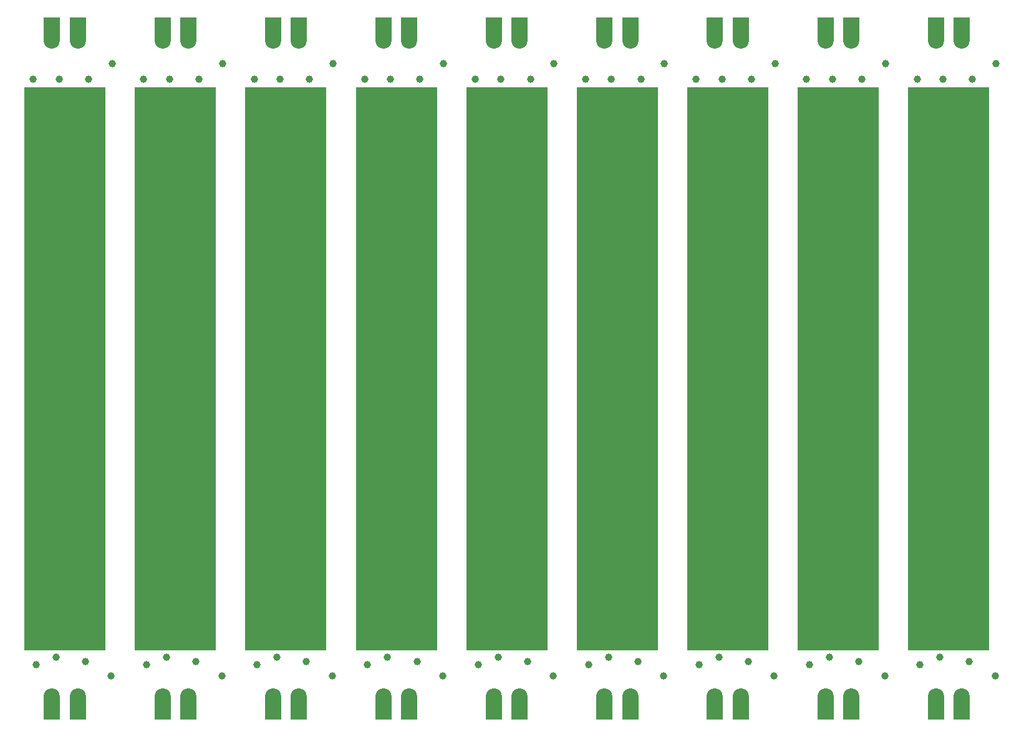
<source format=gbs>
G04*
G04 #@! TF.GenerationSoftware,Altium Limited,Altium Designer,21.7.2 (23)*
G04*
G04 Layer_Color=16711935*
%FSLAX44Y44*%
%MOMM*%
G71*
G04*
G04 #@! TF.SameCoordinates,347EBB59-7EAA-41E4-9BFB-609F0E12C0C3*
G04*
G04*
G04 #@! TF.FilePolarity,Negative*
G04*
G01*
G75*
%ADD23R,2.2000X3.2000*%
%ADD24C,2.2000*%
%ADD29C,1.1000*%
%ADD30C,1.0000*%
G36*
X1330000Y97000D02*
X1220000D01*
Y862000D01*
X1330000D01*
Y97000D01*
D02*
G37*
G36*
X1180000D02*
X1070000D01*
Y862000D01*
X1180000D01*
Y97000D01*
D02*
G37*
G36*
X1030000D02*
X920000D01*
Y862000D01*
X1030000D01*
Y97000D01*
D02*
G37*
G36*
X880000D02*
X770000D01*
Y862000D01*
X880000D01*
Y97000D01*
D02*
G37*
G36*
X730000D02*
X620000D01*
Y862000D01*
X730000D01*
Y97000D01*
D02*
G37*
G36*
X580000D02*
X470000D01*
Y862000D01*
X580000D01*
Y97000D01*
D02*
G37*
G36*
X430000D02*
X320000D01*
Y862000D01*
X430000D01*
Y97000D01*
D02*
G37*
G36*
X280000D02*
X170000D01*
Y862000D01*
X280000D01*
Y97000D01*
D02*
G37*
G36*
X130000D02*
X20000D01*
Y862000D01*
X130000D01*
Y97000D01*
D02*
G37*
D23*
X57500Y940500D02*
D03*
X92500D02*
D03*
X57500Y19500D02*
D03*
X92500D02*
D03*
X207500Y940500D02*
D03*
X242500D02*
D03*
X207500Y19500D02*
D03*
X242500D02*
D03*
X357500Y940500D02*
D03*
X392500D02*
D03*
X357500Y19500D02*
D03*
X392500D02*
D03*
X507500Y940500D02*
D03*
X542500D02*
D03*
X507500Y19500D02*
D03*
X542500D02*
D03*
X657500Y940500D02*
D03*
X692500D02*
D03*
X657500Y19500D02*
D03*
X692500D02*
D03*
X807500Y940500D02*
D03*
X842500D02*
D03*
X807500Y19500D02*
D03*
X842500D02*
D03*
X957500Y940500D02*
D03*
X992500D02*
D03*
X957500Y19500D02*
D03*
X992500D02*
D03*
X1107500Y940500D02*
D03*
X1142500D02*
D03*
X1107500Y19500D02*
D03*
X1142500D02*
D03*
X1257500Y940500D02*
D03*
X1292500D02*
D03*
X1257500Y19500D02*
D03*
X1292500D02*
D03*
D24*
X57500Y925500D02*
D03*
X92500D02*
D03*
X57500Y34500D02*
D03*
X92500D02*
D03*
X207500Y925500D02*
D03*
X242500D02*
D03*
X207500Y34500D02*
D03*
X242500D02*
D03*
X357500Y925500D02*
D03*
X392500D02*
D03*
X357500Y34500D02*
D03*
X392500D02*
D03*
X507500Y925500D02*
D03*
X542500D02*
D03*
X507500Y34500D02*
D03*
X542500D02*
D03*
X657500Y925500D02*
D03*
X692500D02*
D03*
X657500Y34500D02*
D03*
X692500D02*
D03*
X807500Y925500D02*
D03*
X842500D02*
D03*
X807500Y34500D02*
D03*
X842500D02*
D03*
X957500Y925500D02*
D03*
X992500D02*
D03*
X957500Y34500D02*
D03*
X992500D02*
D03*
X1107500Y925500D02*
D03*
X1142500D02*
D03*
X1107500Y34500D02*
D03*
X1142500D02*
D03*
X1257500Y925500D02*
D03*
X1292500D02*
D03*
X1257500Y34500D02*
D03*
X1292500D02*
D03*
D29*
X99500Y111500D02*
D03*
Y175500D02*
D03*
Y239500D02*
D03*
Y303500D02*
D03*
Y367500D02*
D03*
Y431500D02*
D03*
Y495500D02*
D03*
Y559500D02*
D03*
Y623500D02*
D03*
Y687500D02*
D03*
Y751500D02*
D03*
Y815500D02*
D03*
X50500Y144500D02*
D03*
X99500Y848500D02*
D03*
X50500D02*
D03*
Y815500D02*
D03*
X99500Y784500D02*
D03*
X50500D02*
D03*
Y751500D02*
D03*
X99500Y720500D02*
D03*
X50500D02*
D03*
Y687500D02*
D03*
X99500Y656500D02*
D03*
X50500D02*
D03*
Y623500D02*
D03*
X99500Y592500D02*
D03*
X50500D02*
D03*
Y559500D02*
D03*
X99500Y528500D02*
D03*
X50500D02*
D03*
Y495500D02*
D03*
X99500Y464500D02*
D03*
X50500D02*
D03*
Y431500D02*
D03*
X99500Y400500D02*
D03*
X50500D02*
D03*
Y367500D02*
D03*
X99500Y336500D02*
D03*
X50500D02*
D03*
Y303500D02*
D03*
X99500Y272500D02*
D03*
X50500D02*
D03*
Y239500D02*
D03*
X99500Y208500D02*
D03*
X50500D02*
D03*
Y175500D02*
D03*
Y111500D02*
D03*
X99500Y144500D02*
D03*
X249500Y111500D02*
D03*
Y175500D02*
D03*
Y239500D02*
D03*
Y303500D02*
D03*
Y367500D02*
D03*
Y431500D02*
D03*
Y495500D02*
D03*
Y559500D02*
D03*
Y623500D02*
D03*
Y687500D02*
D03*
Y751500D02*
D03*
Y815500D02*
D03*
X200500Y144500D02*
D03*
X249500Y848500D02*
D03*
X200500D02*
D03*
Y815500D02*
D03*
X249500Y784500D02*
D03*
X200500D02*
D03*
Y751500D02*
D03*
X249500Y720500D02*
D03*
X200500D02*
D03*
Y687500D02*
D03*
X249500Y656500D02*
D03*
X200500D02*
D03*
Y623500D02*
D03*
X249500Y592500D02*
D03*
X200500D02*
D03*
Y559500D02*
D03*
X249500Y528500D02*
D03*
X200500D02*
D03*
Y495500D02*
D03*
X249500Y464500D02*
D03*
X200500D02*
D03*
Y431500D02*
D03*
X249500Y400500D02*
D03*
X200500D02*
D03*
Y367500D02*
D03*
X249500Y336500D02*
D03*
X200500D02*
D03*
Y303500D02*
D03*
X249500Y272500D02*
D03*
X200500D02*
D03*
Y239500D02*
D03*
X249500Y208500D02*
D03*
X200500D02*
D03*
Y175500D02*
D03*
Y111500D02*
D03*
X249500Y144500D02*
D03*
X399500Y111500D02*
D03*
Y175500D02*
D03*
Y239500D02*
D03*
Y303500D02*
D03*
Y367500D02*
D03*
Y431500D02*
D03*
Y495500D02*
D03*
Y559500D02*
D03*
Y623500D02*
D03*
Y687500D02*
D03*
Y751500D02*
D03*
Y815500D02*
D03*
X350500Y144500D02*
D03*
X399500Y848500D02*
D03*
X350500D02*
D03*
Y815500D02*
D03*
X399500Y784500D02*
D03*
X350500D02*
D03*
Y751500D02*
D03*
X399500Y720500D02*
D03*
X350500D02*
D03*
Y687500D02*
D03*
X399500Y656500D02*
D03*
X350500D02*
D03*
Y623500D02*
D03*
X399500Y592500D02*
D03*
X350500D02*
D03*
Y559500D02*
D03*
X399500Y528500D02*
D03*
X350500D02*
D03*
Y495500D02*
D03*
X399500Y464500D02*
D03*
X350500D02*
D03*
Y431500D02*
D03*
X399500Y400500D02*
D03*
X350500D02*
D03*
Y367500D02*
D03*
X399500Y336500D02*
D03*
X350500D02*
D03*
Y303500D02*
D03*
X399500Y272500D02*
D03*
X350500D02*
D03*
Y239500D02*
D03*
X399500Y208500D02*
D03*
X350500D02*
D03*
Y175500D02*
D03*
Y111500D02*
D03*
X399500Y144500D02*
D03*
X549500Y111500D02*
D03*
Y175500D02*
D03*
Y239500D02*
D03*
Y303500D02*
D03*
Y367500D02*
D03*
Y431500D02*
D03*
Y495500D02*
D03*
Y559500D02*
D03*
Y623500D02*
D03*
Y687500D02*
D03*
Y751500D02*
D03*
Y815500D02*
D03*
X500500Y144500D02*
D03*
X549500Y848500D02*
D03*
X500500D02*
D03*
Y815500D02*
D03*
X549500Y784500D02*
D03*
X500500D02*
D03*
Y751500D02*
D03*
X549500Y720500D02*
D03*
X500500D02*
D03*
Y687500D02*
D03*
X549500Y656500D02*
D03*
X500500D02*
D03*
Y623500D02*
D03*
X549500Y592500D02*
D03*
X500500D02*
D03*
Y559500D02*
D03*
X549500Y528500D02*
D03*
X500500D02*
D03*
Y495500D02*
D03*
X549500Y464500D02*
D03*
X500500D02*
D03*
Y431500D02*
D03*
X549500Y400500D02*
D03*
X500500D02*
D03*
Y367500D02*
D03*
X549500Y336500D02*
D03*
X500500D02*
D03*
Y303500D02*
D03*
X549500Y272500D02*
D03*
X500500D02*
D03*
Y239500D02*
D03*
X549500Y208500D02*
D03*
X500500D02*
D03*
Y175500D02*
D03*
Y111500D02*
D03*
X549500Y144500D02*
D03*
X699500Y111500D02*
D03*
Y175500D02*
D03*
Y239500D02*
D03*
Y303500D02*
D03*
Y367500D02*
D03*
Y431500D02*
D03*
Y495500D02*
D03*
Y559500D02*
D03*
Y623500D02*
D03*
Y687500D02*
D03*
Y751500D02*
D03*
Y815500D02*
D03*
X650500Y144500D02*
D03*
X699500Y848500D02*
D03*
X650500D02*
D03*
Y815500D02*
D03*
X699500Y784500D02*
D03*
X650500D02*
D03*
Y751500D02*
D03*
X699500Y720500D02*
D03*
X650500D02*
D03*
Y687500D02*
D03*
X699500Y656500D02*
D03*
X650500D02*
D03*
Y623500D02*
D03*
X699500Y592500D02*
D03*
X650500D02*
D03*
Y559500D02*
D03*
X699500Y528500D02*
D03*
X650500D02*
D03*
Y495500D02*
D03*
X699500Y464500D02*
D03*
X650500D02*
D03*
Y431500D02*
D03*
X699500Y400500D02*
D03*
X650500D02*
D03*
Y367500D02*
D03*
X699500Y336500D02*
D03*
X650500D02*
D03*
Y303500D02*
D03*
X699500Y272500D02*
D03*
X650500D02*
D03*
Y239500D02*
D03*
X699500Y208500D02*
D03*
X650500D02*
D03*
Y175500D02*
D03*
Y111500D02*
D03*
X699500Y144500D02*
D03*
X849500Y111500D02*
D03*
Y175500D02*
D03*
Y239500D02*
D03*
Y303500D02*
D03*
Y367500D02*
D03*
Y431500D02*
D03*
Y495500D02*
D03*
Y559500D02*
D03*
Y623500D02*
D03*
Y687500D02*
D03*
Y751500D02*
D03*
Y815500D02*
D03*
X800500Y144500D02*
D03*
X849500Y848500D02*
D03*
X800500D02*
D03*
Y815500D02*
D03*
X849500Y784500D02*
D03*
X800500D02*
D03*
Y751500D02*
D03*
X849500Y720500D02*
D03*
X800500D02*
D03*
Y687500D02*
D03*
X849500Y656500D02*
D03*
X800500D02*
D03*
Y623500D02*
D03*
X849500Y592500D02*
D03*
X800500D02*
D03*
Y559500D02*
D03*
X849500Y528500D02*
D03*
X800500D02*
D03*
Y495500D02*
D03*
X849500Y464500D02*
D03*
X800500D02*
D03*
Y431500D02*
D03*
X849500Y400500D02*
D03*
X800500D02*
D03*
Y367500D02*
D03*
X849500Y336500D02*
D03*
X800500D02*
D03*
Y303500D02*
D03*
X849500Y272500D02*
D03*
X800500D02*
D03*
Y239500D02*
D03*
X849500Y208500D02*
D03*
X800500D02*
D03*
Y175500D02*
D03*
Y111500D02*
D03*
X849500Y144500D02*
D03*
X999500Y111500D02*
D03*
Y175500D02*
D03*
Y239500D02*
D03*
Y303500D02*
D03*
Y367500D02*
D03*
Y431500D02*
D03*
Y495500D02*
D03*
Y559500D02*
D03*
Y623500D02*
D03*
Y687500D02*
D03*
Y751500D02*
D03*
Y815500D02*
D03*
X950500Y144500D02*
D03*
X999500Y848500D02*
D03*
X950500D02*
D03*
Y815500D02*
D03*
X999500Y784500D02*
D03*
X950500D02*
D03*
Y751500D02*
D03*
X999500Y720500D02*
D03*
X950500D02*
D03*
Y687500D02*
D03*
X999500Y656500D02*
D03*
X950500D02*
D03*
Y623500D02*
D03*
X999500Y592500D02*
D03*
X950500D02*
D03*
Y559500D02*
D03*
X999500Y528500D02*
D03*
X950500D02*
D03*
Y495500D02*
D03*
X999500Y464500D02*
D03*
X950500D02*
D03*
Y431500D02*
D03*
X999500Y400500D02*
D03*
X950500D02*
D03*
Y367500D02*
D03*
X999500Y336500D02*
D03*
X950500D02*
D03*
Y303500D02*
D03*
X999500Y272500D02*
D03*
X950500D02*
D03*
Y239500D02*
D03*
X999500Y208500D02*
D03*
X950500D02*
D03*
Y175500D02*
D03*
Y111500D02*
D03*
X999500Y144500D02*
D03*
X1149500Y111500D02*
D03*
Y175500D02*
D03*
Y239500D02*
D03*
Y303500D02*
D03*
Y367500D02*
D03*
Y431500D02*
D03*
Y495500D02*
D03*
Y559500D02*
D03*
Y623500D02*
D03*
Y687500D02*
D03*
Y751500D02*
D03*
Y815500D02*
D03*
X1100500Y144500D02*
D03*
X1149500Y848500D02*
D03*
X1100500D02*
D03*
Y815500D02*
D03*
X1149500Y784500D02*
D03*
X1100500D02*
D03*
Y751500D02*
D03*
X1149500Y720500D02*
D03*
X1100500D02*
D03*
Y687500D02*
D03*
X1149500Y656500D02*
D03*
X1100500D02*
D03*
Y623500D02*
D03*
X1149500Y592500D02*
D03*
X1100500D02*
D03*
Y559500D02*
D03*
X1149500Y528500D02*
D03*
X1100500D02*
D03*
Y495500D02*
D03*
X1149500Y464500D02*
D03*
X1100500D02*
D03*
Y431500D02*
D03*
X1149500Y400500D02*
D03*
X1100500D02*
D03*
Y367500D02*
D03*
X1149500Y336500D02*
D03*
X1100500D02*
D03*
Y303500D02*
D03*
X1149500Y272500D02*
D03*
X1100500D02*
D03*
Y239500D02*
D03*
X1149500Y208500D02*
D03*
X1100500D02*
D03*
Y175500D02*
D03*
Y111500D02*
D03*
X1149500Y144500D02*
D03*
X1299500Y111500D02*
D03*
Y175500D02*
D03*
Y239500D02*
D03*
Y303500D02*
D03*
Y367500D02*
D03*
Y431500D02*
D03*
Y495500D02*
D03*
Y559500D02*
D03*
Y623500D02*
D03*
Y687500D02*
D03*
Y751500D02*
D03*
Y815500D02*
D03*
X1250500Y144500D02*
D03*
X1299500Y848500D02*
D03*
X1250500D02*
D03*
Y815500D02*
D03*
X1299500Y784500D02*
D03*
X1250500D02*
D03*
Y751500D02*
D03*
X1299500Y720500D02*
D03*
X1250500D02*
D03*
Y687500D02*
D03*
X1299500Y656500D02*
D03*
X1250500D02*
D03*
Y623500D02*
D03*
X1299500Y592500D02*
D03*
X1250500D02*
D03*
Y559500D02*
D03*
X1299500Y528500D02*
D03*
X1250500D02*
D03*
Y495500D02*
D03*
X1299500Y464500D02*
D03*
X1250500D02*
D03*
Y431500D02*
D03*
X1299500Y400500D02*
D03*
X1250500D02*
D03*
Y367500D02*
D03*
X1299500Y336500D02*
D03*
X1250500D02*
D03*
Y303500D02*
D03*
X1299500Y272500D02*
D03*
X1250500D02*
D03*
Y239500D02*
D03*
X1299500Y208500D02*
D03*
X1250500D02*
D03*
Y175500D02*
D03*
Y111500D02*
D03*
X1299500Y144500D02*
D03*
D30*
X103000Y82000D02*
D03*
X63000Y88000D02*
D03*
X67000Y873000D02*
D03*
X107000D02*
D03*
X139000Y894000D02*
D03*
X138000Y63000D02*
D03*
X32000Y873000D02*
D03*
X36000Y78000D02*
D03*
X253000Y82000D02*
D03*
X213000Y88000D02*
D03*
X217000Y873000D02*
D03*
X257000D02*
D03*
X289000Y894000D02*
D03*
X288000Y63000D02*
D03*
X182000Y873000D02*
D03*
X186000Y78000D02*
D03*
X403000Y82000D02*
D03*
X363000Y88000D02*
D03*
X367000Y873000D02*
D03*
X407000D02*
D03*
X439000Y894000D02*
D03*
X438000Y63000D02*
D03*
X332000Y873000D02*
D03*
X336000Y78000D02*
D03*
X553000Y82000D02*
D03*
X513000Y88000D02*
D03*
X517000Y873000D02*
D03*
X557000D02*
D03*
X589000Y894000D02*
D03*
X588000Y63000D02*
D03*
X482000Y873000D02*
D03*
X486000Y78000D02*
D03*
X703000Y82000D02*
D03*
X663000Y88000D02*
D03*
X667000Y873000D02*
D03*
X707000D02*
D03*
X739000Y894000D02*
D03*
X738000Y63000D02*
D03*
X632000Y873000D02*
D03*
X636000Y78000D02*
D03*
X853000Y82000D02*
D03*
X813000Y88000D02*
D03*
X817000Y873000D02*
D03*
X857000D02*
D03*
X889000Y894000D02*
D03*
X888000Y63000D02*
D03*
X782000Y873000D02*
D03*
X786000Y78000D02*
D03*
X1003000Y82000D02*
D03*
X963000Y88000D02*
D03*
X967000Y873000D02*
D03*
X1007000D02*
D03*
X1039000Y894000D02*
D03*
X1038000Y63000D02*
D03*
X932000Y873000D02*
D03*
X936000Y78000D02*
D03*
X1153000Y82000D02*
D03*
X1113000Y88000D02*
D03*
X1117000Y873000D02*
D03*
X1157000D02*
D03*
X1189000Y894000D02*
D03*
X1188000Y63000D02*
D03*
X1082000Y873000D02*
D03*
X1086000Y78000D02*
D03*
X1303000Y82000D02*
D03*
X1263000Y88000D02*
D03*
X1267000Y873000D02*
D03*
X1307000D02*
D03*
X1339000Y894000D02*
D03*
X1338000Y63000D02*
D03*
X1232000Y873000D02*
D03*
X1236000Y78000D02*
D03*
M02*

</source>
